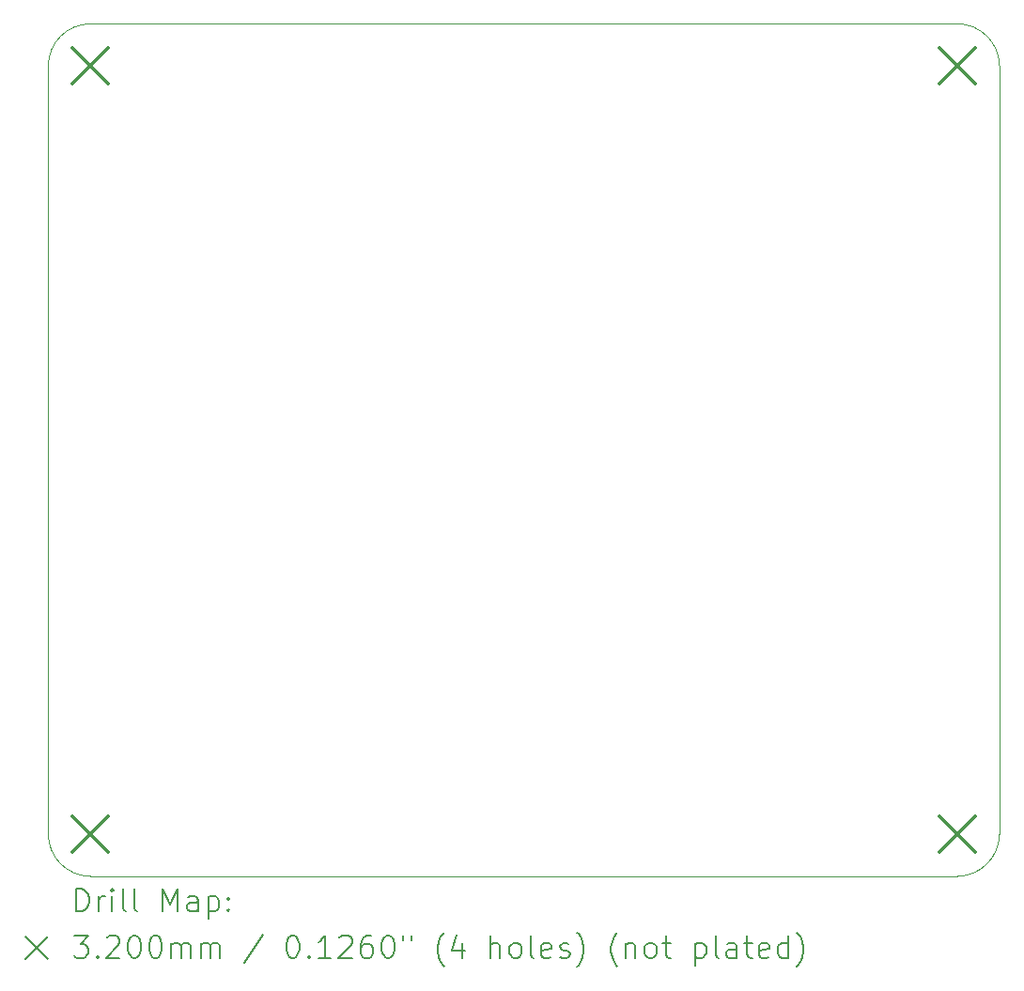
<source format=gbr>
%FSLAX45Y45*%
G04 Gerber Fmt 4.5, Leading zero omitted, Abs format (unit mm)*
G04 Created by KiCad (PCBNEW (6.0.0)) date 2022-03-13 18:30:11*
%MOMM*%
%LPD*%
G01*
G04 APERTURE LIST*
%TA.AperFunction,Profile*%
%ADD10C,0.100000*%
%TD*%
%ADD11C,0.200000*%
%ADD12C,0.320000*%
G04 APERTURE END LIST*
D10*
X10160000Y-16891000D02*
X13144500Y-16891000D01*
X9779000Y-9588500D02*
X9779000Y-9969500D01*
X15494000Y-16891000D02*
X17589500Y-16891000D01*
X9779000Y-16510000D02*
X9779000Y-16446500D01*
X9779000Y-16510000D02*
G75*
G03*
X10160000Y-16891000I381000J0D01*
G01*
X17272000Y-9207500D02*
X13589000Y-9207500D01*
X18351500Y-11430000D02*
X18351500Y-12827000D01*
X17970500Y-16891000D02*
G75*
G03*
X18351500Y-16510000I0J381000D01*
G01*
X9779000Y-16129000D02*
X9779000Y-16446500D01*
X10160000Y-9207500D02*
X10287000Y-9207500D01*
X13589000Y-9207500D02*
X10922000Y-9207500D01*
X17970500Y-9207500D02*
X17272000Y-9207500D01*
X9779000Y-15367000D02*
X9779000Y-16129000D01*
X13144500Y-16891000D02*
X15494000Y-16891000D01*
X10922000Y-9207500D02*
X10287000Y-9207500D01*
X18351500Y-9588500D02*
X18351500Y-11430000D01*
X10160000Y-9207500D02*
G75*
G03*
X9779000Y-9588500I0J-381000D01*
G01*
X18351500Y-9588500D02*
G75*
G03*
X17970500Y-9207500I-381000J0D01*
G01*
X9779000Y-15367000D02*
X9779000Y-9969500D01*
X18351500Y-16510000D02*
X18351500Y-12827000D01*
X17589500Y-16891000D02*
X17970500Y-16891000D01*
D11*
D12*
X10000000Y-9428500D02*
X10320000Y-9748500D01*
X10320000Y-9428500D02*
X10000000Y-9748500D01*
X10000000Y-16350000D02*
X10320000Y-16670000D01*
X10320000Y-16350000D02*
X10000000Y-16670000D01*
X17810500Y-9428500D02*
X18130500Y-9748500D01*
X18130500Y-9428500D02*
X17810500Y-9748500D01*
X17810500Y-16350000D02*
X18130500Y-16670000D01*
X18130500Y-16350000D02*
X17810500Y-16670000D01*
D11*
X10031619Y-17206476D02*
X10031619Y-17006476D01*
X10079238Y-17006476D01*
X10107810Y-17016000D01*
X10126857Y-17035048D01*
X10136381Y-17054095D01*
X10145905Y-17092190D01*
X10145905Y-17120762D01*
X10136381Y-17158857D01*
X10126857Y-17177905D01*
X10107810Y-17196952D01*
X10079238Y-17206476D01*
X10031619Y-17206476D01*
X10231619Y-17206476D02*
X10231619Y-17073143D01*
X10231619Y-17111238D02*
X10241143Y-17092190D01*
X10250667Y-17082667D01*
X10269714Y-17073143D01*
X10288762Y-17073143D01*
X10355429Y-17206476D02*
X10355429Y-17073143D01*
X10355429Y-17006476D02*
X10345905Y-17016000D01*
X10355429Y-17025524D01*
X10364952Y-17016000D01*
X10355429Y-17006476D01*
X10355429Y-17025524D01*
X10479238Y-17206476D02*
X10460190Y-17196952D01*
X10450667Y-17177905D01*
X10450667Y-17006476D01*
X10584000Y-17206476D02*
X10564952Y-17196952D01*
X10555429Y-17177905D01*
X10555429Y-17006476D01*
X10812571Y-17206476D02*
X10812571Y-17006476D01*
X10879238Y-17149333D01*
X10945905Y-17006476D01*
X10945905Y-17206476D01*
X11126857Y-17206476D02*
X11126857Y-17101714D01*
X11117333Y-17082667D01*
X11098286Y-17073143D01*
X11060190Y-17073143D01*
X11041143Y-17082667D01*
X11126857Y-17196952D02*
X11107810Y-17206476D01*
X11060190Y-17206476D01*
X11041143Y-17196952D01*
X11031619Y-17177905D01*
X11031619Y-17158857D01*
X11041143Y-17139810D01*
X11060190Y-17130286D01*
X11107810Y-17130286D01*
X11126857Y-17120762D01*
X11222095Y-17073143D02*
X11222095Y-17273143D01*
X11222095Y-17082667D02*
X11241143Y-17073143D01*
X11279238Y-17073143D01*
X11298286Y-17082667D01*
X11307809Y-17092190D01*
X11317333Y-17111238D01*
X11317333Y-17168381D01*
X11307809Y-17187429D01*
X11298286Y-17196952D01*
X11279238Y-17206476D01*
X11241143Y-17206476D01*
X11222095Y-17196952D01*
X11403048Y-17187429D02*
X11412571Y-17196952D01*
X11403048Y-17206476D01*
X11393524Y-17196952D01*
X11403048Y-17187429D01*
X11403048Y-17206476D01*
X11403048Y-17082667D02*
X11412571Y-17092190D01*
X11403048Y-17101714D01*
X11393524Y-17092190D01*
X11403048Y-17082667D01*
X11403048Y-17101714D01*
X9574000Y-17436000D02*
X9774000Y-17636000D01*
X9774000Y-17436000D02*
X9574000Y-17636000D01*
X10012571Y-17426476D02*
X10136381Y-17426476D01*
X10069714Y-17502667D01*
X10098286Y-17502667D01*
X10117333Y-17512190D01*
X10126857Y-17521714D01*
X10136381Y-17540762D01*
X10136381Y-17588381D01*
X10126857Y-17607429D01*
X10117333Y-17616952D01*
X10098286Y-17626476D01*
X10041143Y-17626476D01*
X10022095Y-17616952D01*
X10012571Y-17607429D01*
X10222095Y-17607429D02*
X10231619Y-17616952D01*
X10222095Y-17626476D01*
X10212571Y-17616952D01*
X10222095Y-17607429D01*
X10222095Y-17626476D01*
X10307810Y-17445524D02*
X10317333Y-17436000D01*
X10336381Y-17426476D01*
X10384000Y-17426476D01*
X10403048Y-17436000D01*
X10412571Y-17445524D01*
X10422095Y-17464571D01*
X10422095Y-17483619D01*
X10412571Y-17512190D01*
X10298286Y-17626476D01*
X10422095Y-17626476D01*
X10545905Y-17426476D02*
X10564952Y-17426476D01*
X10584000Y-17436000D01*
X10593524Y-17445524D01*
X10603048Y-17464571D01*
X10612571Y-17502667D01*
X10612571Y-17550286D01*
X10603048Y-17588381D01*
X10593524Y-17607429D01*
X10584000Y-17616952D01*
X10564952Y-17626476D01*
X10545905Y-17626476D01*
X10526857Y-17616952D01*
X10517333Y-17607429D01*
X10507810Y-17588381D01*
X10498286Y-17550286D01*
X10498286Y-17502667D01*
X10507810Y-17464571D01*
X10517333Y-17445524D01*
X10526857Y-17436000D01*
X10545905Y-17426476D01*
X10736381Y-17426476D02*
X10755429Y-17426476D01*
X10774476Y-17436000D01*
X10784000Y-17445524D01*
X10793524Y-17464571D01*
X10803048Y-17502667D01*
X10803048Y-17550286D01*
X10793524Y-17588381D01*
X10784000Y-17607429D01*
X10774476Y-17616952D01*
X10755429Y-17626476D01*
X10736381Y-17626476D01*
X10717333Y-17616952D01*
X10707810Y-17607429D01*
X10698286Y-17588381D01*
X10688762Y-17550286D01*
X10688762Y-17502667D01*
X10698286Y-17464571D01*
X10707810Y-17445524D01*
X10717333Y-17436000D01*
X10736381Y-17426476D01*
X10888762Y-17626476D02*
X10888762Y-17493143D01*
X10888762Y-17512190D02*
X10898286Y-17502667D01*
X10917333Y-17493143D01*
X10945905Y-17493143D01*
X10964952Y-17502667D01*
X10974476Y-17521714D01*
X10974476Y-17626476D01*
X10974476Y-17521714D02*
X10984000Y-17502667D01*
X11003048Y-17493143D01*
X11031619Y-17493143D01*
X11050667Y-17502667D01*
X11060190Y-17521714D01*
X11060190Y-17626476D01*
X11155429Y-17626476D02*
X11155429Y-17493143D01*
X11155429Y-17512190D02*
X11164952Y-17502667D01*
X11184000Y-17493143D01*
X11212571Y-17493143D01*
X11231619Y-17502667D01*
X11241143Y-17521714D01*
X11241143Y-17626476D01*
X11241143Y-17521714D02*
X11250667Y-17502667D01*
X11269714Y-17493143D01*
X11298286Y-17493143D01*
X11317333Y-17502667D01*
X11326857Y-17521714D01*
X11326857Y-17626476D01*
X11717333Y-17416952D02*
X11545905Y-17674095D01*
X11974476Y-17426476D02*
X11993524Y-17426476D01*
X12012571Y-17436000D01*
X12022095Y-17445524D01*
X12031619Y-17464571D01*
X12041143Y-17502667D01*
X12041143Y-17550286D01*
X12031619Y-17588381D01*
X12022095Y-17607429D01*
X12012571Y-17616952D01*
X11993524Y-17626476D01*
X11974476Y-17626476D01*
X11955428Y-17616952D01*
X11945905Y-17607429D01*
X11936381Y-17588381D01*
X11926857Y-17550286D01*
X11926857Y-17502667D01*
X11936381Y-17464571D01*
X11945905Y-17445524D01*
X11955428Y-17436000D01*
X11974476Y-17426476D01*
X12126857Y-17607429D02*
X12136381Y-17616952D01*
X12126857Y-17626476D01*
X12117333Y-17616952D01*
X12126857Y-17607429D01*
X12126857Y-17626476D01*
X12326857Y-17626476D02*
X12212571Y-17626476D01*
X12269714Y-17626476D02*
X12269714Y-17426476D01*
X12250667Y-17455048D01*
X12231619Y-17474095D01*
X12212571Y-17483619D01*
X12403048Y-17445524D02*
X12412571Y-17436000D01*
X12431619Y-17426476D01*
X12479238Y-17426476D01*
X12498286Y-17436000D01*
X12507809Y-17445524D01*
X12517333Y-17464571D01*
X12517333Y-17483619D01*
X12507809Y-17512190D01*
X12393524Y-17626476D01*
X12517333Y-17626476D01*
X12688762Y-17426476D02*
X12650667Y-17426476D01*
X12631619Y-17436000D01*
X12622095Y-17445524D01*
X12603048Y-17474095D01*
X12593524Y-17512190D01*
X12593524Y-17588381D01*
X12603048Y-17607429D01*
X12612571Y-17616952D01*
X12631619Y-17626476D01*
X12669714Y-17626476D01*
X12688762Y-17616952D01*
X12698286Y-17607429D01*
X12707809Y-17588381D01*
X12707809Y-17540762D01*
X12698286Y-17521714D01*
X12688762Y-17512190D01*
X12669714Y-17502667D01*
X12631619Y-17502667D01*
X12612571Y-17512190D01*
X12603048Y-17521714D01*
X12593524Y-17540762D01*
X12831619Y-17426476D02*
X12850667Y-17426476D01*
X12869714Y-17436000D01*
X12879238Y-17445524D01*
X12888762Y-17464571D01*
X12898286Y-17502667D01*
X12898286Y-17550286D01*
X12888762Y-17588381D01*
X12879238Y-17607429D01*
X12869714Y-17616952D01*
X12850667Y-17626476D01*
X12831619Y-17626476D01*
X12812571Y-17616952D01*
X12803048Y-17607429D01*
X12793524Y-17588381D01*
X12784000Y-17550286D01*
X12784000Y-17502667D01*
X12793524Y-17464571D01*
X12803048Y-17445524D01*
X12812571Y-17436000D01*
X12831619Y-17426476D01*
X12974476Y-17426476D02*
X12974476Y-17464571D01*
X13050667Y-17426476D02*
X13050667Y-17464571D01*
X13345905Y-17702667D02*
X13336381Y-17693143D01*
X13317333Y-17664571D01*
X13307809Y-17645524D01*
X13298286Y-17616952D01*
X13288762Y-17569333D01*
X13288762Y-17531238D01*
X13298286Y-17483619D01*
X13307809Y-17455048D01*
X13317333Y-17436000D01*
X13336381Y-17407429D01*
X13345905Y-17397905D01*
X13507809Y-17493143D02*
X13507809Y-17626476D01*
X13460190Y-17416952D02*
X13412571Y-17559810D01*
X13536381Y-17559810D01*
X13764952Y-17626476D02*
X13764952Y-17426476D01*
X13850667Y-17626476D02*
X13850667Y-17521714D01*
X13841143Y-17502667D01*
X13822095Y-17493143D01*
X13793524Y-17493143D01*
X13774476Y-17502667D01*
X13764952Y-17512190D01*
X13974476Y-17626476D02*
X13955428Y-17616952D01*
X13945905Y-17607429D01*
X13936381Y-17588381D01*
X13936381Y-17531238D01*
X13945905Y-17512190D01*
X13955428Y-17502667D01*
X13974476Y-17493143D01*
X14003048Y-17493143D01*
X14022095Y-17502667D01*
X14031619Y-17512190D01*
X14041143Y-17531238D01*
X14041143Y-17588381D01*
X14031619Y-17607429D01*
X14022095Y-17616952D01*
X14003048Y-17626476D01*
X13974476Y-17626476D01*
X14155428Y-17626476D02*
X14136381Y-17616952D01*
X14126857Y-17597905D01*
X14126857Y-17426476D01*
X14307809Y-17616952D02*
X14288762Y-17626476D01*
X14250667Y-17626476D01*
X14231619Y-17616952D01*
X14222095Y-17597905D01*
X14222095Y-17521714D01*
X14231619Y-17502667D01*
X14250667Y-17493143D01*
X14288762Y-17493143D01*
X14307809Y-17502667D01*
X14317333Y-17521714D01*
X14317333Y-17540762D01*
X14222095Y-17559810D01*
X14393524Y-17616952D02*
X14412571Y-17626476D01*
X14450667Y-17626476D01*
X14469714Y-17616952D01*
X14479238Y-17597905D01*
X14479238Y-17588381D01*
X14469714Y-17569333D01*
X14450667Y-17559810D01*
X14422095Y-17559810D01*
X14403048Y-17550286D01*
X14393524Y-17531238D01*
X14393524Y-17521714D01*
X14403048Y-17502667D01*
X14422095Y-17493143D01*
X14450667Y-17493143D01*
X14469714Y-17502667D01*
X14545905Y-17702667D02*
X14555428Y-17693143D01*
X14574476Y-17664571D01*
X14584000Y-17645524D01*
X14593524Y-17616952D01*
X14603048Y-17569333D01*
X14603048Y-17531238D01*
X14593524Y-17483619D01*
X14584000Y-17455048D01*
X14574476Y-17436000D01*
X14555428Y-17407429D01*
X14545905Y-17397905D01*
X14907809Y-17702667D02*
X14898286Y-17693143D01*
X14879238Y-17664571D01*
X14869714Y-17645524D01*
X14860190Y-17616952D01*
X14850667Y-17569333D01*
X14850667Y-17531238D01*
X14860190Y-17483619D01*
X14869714Y-17455048D01*
X14879238Y-17436000D01*
X14898286Y-17407429D01*
X14907809Y-17397905D01*
X14984000Y-17493143D02*
X14984000Y-17626476D01*
X14984000Y-17512190D02*
X14993524Y-17502667D01*
X15012571Y-17493143D01*
X15041143Y-17493143D01*
X15060190Y-17502667D01*
X15069714Y-17521714D01*
X15069714Y-17626476D01*
X15193524Y-17626476D02*
X15174476Y-17616952D01*
X15164952Y-17607429D01*
X15155428Y-17588381D01*
X15155428Y-17531238D01*
X15164952Y-17512190D01*
X15174476Y-17502667D01*
X15193524Y-17493143D01*
X15222095Y-17493143D01*
X15241143Y-17502667D01*
X15250667Y-17512190D01*
X15260190Y-17531238D01*
X15260190Y-17588381D01*
X15250667Y-17607429D01*
X15241143Y-17616952D01*
X15222095Y-17626476D01*
X15193524Y-17626476D01*
X15317333Y-17493143D02*
X15393524Y-17493143D01*
X15345905Y-17426476D02*
X15345905Y-17597905D01*
X15355428Y-17616952D01*
X15374476Y-17626476D01*
X15393524Y-17626476D01*
X15612571Y-17493143D02*
X15612571Y-17693143D01*
X15612571Y-17502667D02*
X15631619Y-17493143D01*
X15669714Y-17493143D01*
X15688762Y-17502667D01*
X15698286Y-17512190D01*
X15707809Y-17531238D01*
X15707809Y-17588381D01*
X15698286Y-17607429D01*
X15688762Y-17616952D01*
X15669714Y-17626476D01*
X15631619Y-17626476D01*
X15612571Y-17616952D01*
X15822095Y-17626476D02*
X15803048Y-17616952D01*
X15793524Y-17597905D01*
X15793524Y-17426476D01*
X15984000Y-17626476D02*
X15984000Y-17521714D01*
X15974476Y-17502667D01*
X15955428Y-17493143D01*
X15917333Y-17493143D01*
X15898286Y-17502667D01*
X15984000Y-17616952D02*
X15964952Y-17626476D01*
X15917333Y-17626476D01*
X15898286Y-17616952D01*
X15888762Y-17597905D01*
X15888762Y-17578857D01*
X15898286Y-17559810D01*
X15917333Y-17550286D01*
X15964952Y-17550286D01*
X15984000Y-17540762D01*
X16050667Y-17493143D02*
X16126857Y-17493143D01*
X16079238Y-17426476D02*
X16079238Y-17597905D01*
X16088762Y-17616952D01*
X16107809Y-17626476D01*
X16126857Y-17626476D01*
X16269714Y-17616952D02*
X16250667Y-17626476D01*
X16212571Y-17626476D01*
X16193524Y-17616952D01*
X16184000Y-17597905D01*
X16184000Y-17521714D01*
X16193524Y-17502667D01*
X16212571Y-17493143D01*
X16250667Y-17493143D01*
X16269714Y-17502667D01*
X16279238Y-17521714D01*
X16279238Y-17540762D01*
X16184000Y-17559810D01*
X16450667Y-17626476D02*
X16450667Y-17426476D01*
X16450667Y-17616952D02*
X16431619Y-17626476D01*
X16393524Y-17626476D01*
X16374476Y-17616952D01*
X16364952Y-17607429D01*
X16355428Y-17588381D01*
X16355428Y-17531238D01*
X16364952Y-17512190D01*
X16374476Y-17502667D01*
X16393524Y-17493143D01*
X16431619Y-17493143D01*
X16450667Y-17502667D01*
X16526857Y-17702667D02*
X16536381Y-17693143D01*
X16555428Y-17664571D01*
X16564952Y-17645524D01*
X16574476Y-17616952D01*
X16584000Y-17569333D01*
X16584000Y-17531238D01*
X16574476Y-17483619D01*
X16564952Y-17455048D01*
X16555428Y-17436000D01*
X16536381Y-17407429D01*
X16526857Y-17397905D01*
M02*

</source>
